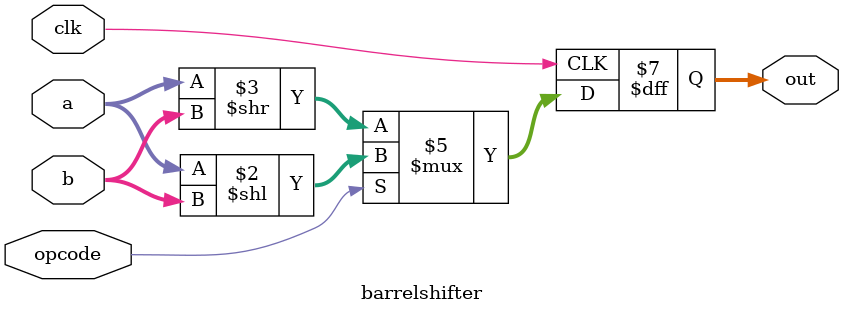
<source format=sv>
module barrelshifter(
    input logic clk,
    input logic[31:0] a,
    input logic[31:0] b,
    input logic opcode,
    output logic[31:0] out
);
    always_ff @(posedge clk) begin
        if (opcode)
            out <= a << b;
        else
            out <= a >> b;
    end
endmodule

</source>
